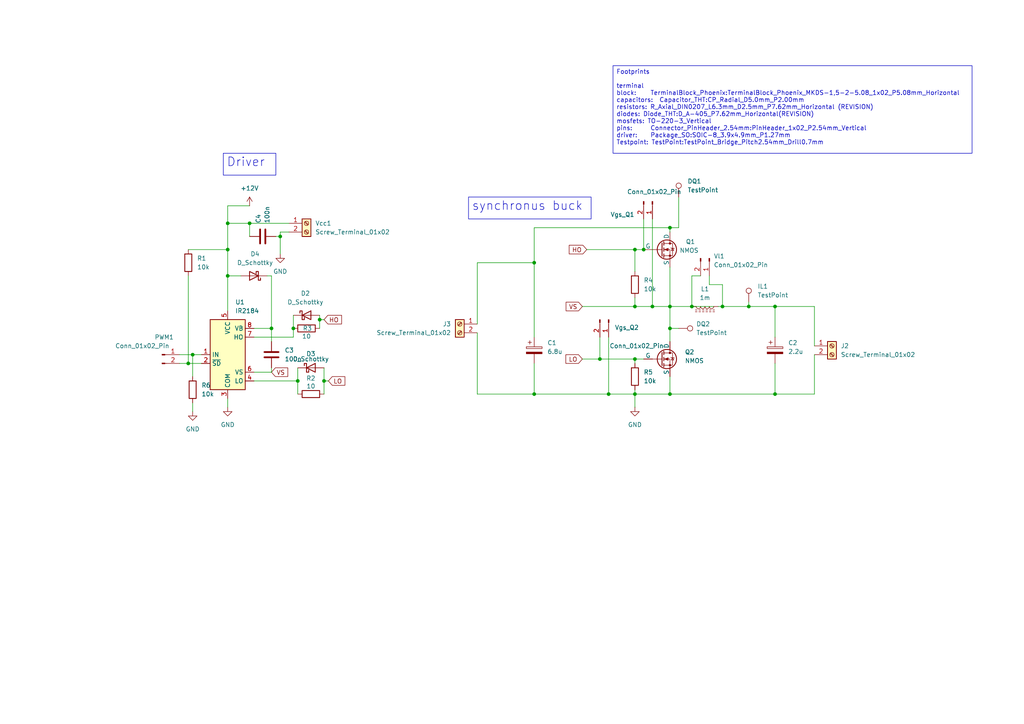
<source format=kicad_sch>
(kicad_sch (version 20250114) (generator "eeschema") (generator_version "9.0")
  (paper "A4")
  (lib_symbols
    (symbol "Connector:Conn_01x02_Pin" (pin_names (offset 1.016) (hide yes))
      (property "Reference" "J" (at 0 2.54 0))
      (property "Value" "Conn_01x02_Pin" (at 0 -5.08 0))
      (symbol "Conn_01x02_Pin_1_1"
        (rectangle (start 0.8636 0.127) (end 0 -0.127) (stroke (width 0.1524)) (fill (type outline)))
        (rectangle (start 0.8636 -2.413) (end 0 -2.667) (stroke (width 0.1524)) (fill (type outline)))
        (polyline (pts (xy 1.27 0) (xy 0.8636 0)) (stroke (width 0.1524)))
        (polyline (pts (xy 1.27 -2.54) (xy 0.8636 -2.54)) (stroke (width 0.1524)))
        (pin passive line (at 5.08 0 180) (length 3.81) (name "Pin_1") (number "1"))
        (pin passive line (at 5.08 -2.54 180) (length 3.81) (name "Pin_2") (number "2"))
      )
    )
    (symbol "Connector:Screw_Terminal_01x02" (pin_names (offset 1.016) (hide yes))
      (property "Reference" "J" (at 0 2.54 0))
      (property "Value" "Screw_Terminal_01x02" (at 0 -5.08 0))
      (symbol "Screw_Terminal_01x02_1_1"
        (rectangle (start -1.27 1.27) (end 1.27 -3.81) (stroke (width 0.254)) (fill (type background)))
        (polyline (pts (xy -0.5334 0.3302) (xy 0.3302 -0.508)) (stroke (width 0.1524)))
        (polyline (pts (xy -0.5334 -2.2098) (xy 0.3302 -3.048)) (stroke (width 0.1524)))
        (polyline (pts (xy -0.3556 0.508) (xy 0.508 -0.3302)) (stroke (width 0.1524)))
        (polyline (pts (xy -0.3556 -2.032) (xy 0.508 -2.8702)) (stroke (width 0.1524)))
        (circle (center 0 0) (radius 0.635) (stroke (width 0.1524)))
        (circle (center 0 -2.54) (radius 0.635) (stroke (width 0.1524)))
        (pin passive line (at -5.08 0 0) (length 3.81) (name "Pin_1") (number "1"))
        (pin passive line (at -5.08 -2.54 0) (length 3.81) (name "Pin_2") (number "2"))
      )
    )
    (symbol "Connector:TestPoint" (pin_numbers (hide yes)) (pin_names (offset 0.762) (hide yes))
      (property "Reference" "TP" (at 0 6.858 0))
      (property "Value" "TestPoint" (at 0 5.08 0))
      (symbol "TestPoint_0_1"
        (circle (center 0 3.302) (radius 0.762))
      )
      (symbol "TestPoint_1_1"
        (pin passive line (at 0 0 90) (length 2.54) (name "1") (number "1"))
      )
    )
    (symbol "Device:C" (pin_numbers (hide yes)) (pin_names (offset 0.254))
      (property "Reference" "C" (at 0.635 2.54 0))
      (property "Value" "C" (at 0.635 -2.54 0))
      (symbol "C_0_1"
        (polyline (pts (xy -2.032 0.762) (xy 2.032 0.762)) (stroke (width 0.508)))
        (polyline (pts (xy -2.032 -0.762) (xy 2.032 -0.762)) (stroke (width 0.508)))
      )
      (symbol "C_1_1"
        (pin passive line (at 0 3.81 270) (length 2.794) (name "~") (number "1"))
        (pin passive line (at 0 -3.81 90) (length 2.794) (name "~") (number "2"))
      )
    )
    (symbol "Device:C_Polarized" (pin_numbers (hide yes)) (pin_names (offset 0.254))
      (property "Reference" "C" (at 0.635 2.54 0))
      (property "Value" "C_Polarized" (at 0.635 -2.54 0))
      (symbol "C_Polarized_0_1"
        (rectangle (start -2.286 0.508) (end 2.286 1.016))
        (polyline (pts (xy -1.778 2.286) (xy -0.762 2.286)))
        (polyline (pts (xy -1.27 2.794) (xy -1.27 1.778)))
        (rectangle (start 2.286 -0.508) (end -2.286 -1.016) (fill (type outline)))
      )
      (symbol "C_Polarized_1_1"
        (pin passive line (at 0 3.81 270) (length 2.794) (name "~") (number "1"))
        (pin passive line (at 0 -3.81 90) (length 2.794) (name "~") (number "2"))
      )
    )
    (symbol "Device:D_Schottky" (pin_numbers (hide yes)) (pin_names (offset 1.016) (hide yes))
      (property "Reference" "D" (at 0 2.54 0))
      (property "Value" "D_Schottky" (at 0 -2.54 0))
      (symbol "D_Schottky_0_1"
        (polyline (pts (xy -1.905 0.635) (xy -1.905 1.27) (xy -1.27 1.27) (xy -1.27 -1.27) (xy -0.635 -1.27) (xy -0.635 -0.635)) (stroke (width 0.254)))
        (polyline (pts (xy 1.27 1.27) (xy 1.27 -1.27) (xy -1.27 0) (xy 1.27 1.27)) (stroke (width 0.254)))
        (polyline (pts (xy 1.27 0) (xy -1.27 0)))
      )
      (symbol "D_Schottky_1_1"
        (pin passive line (at -3.81 0 0) (length 2.54) (name "K") (number "1"))
        (pin passive line (at 3.81 0 180) (length 2.54) (name "A") (number "2"))
      )
    )
    (symbol "Device:L_Ferrite" (pin_numbers (hide yes)) (pin_names (offset 1.016) (hide yes))
      (property "Reference" "L" (at -1.27 0 90))
      (property "Value" "L_Ferrite" (at 2.794 0 90))
      (symbol "L_Ferrite_0_1"
        (arc (start 0 2.54) (mid 0.6323 1.905) (end 0 1.27))
        (arc (start 0 1.27) (mid 0.6323 0.635) (end 0 0))
        (arc (start 0 0) (mid 0.6323 -0.635) (end 0 -1.27))
        (arc (start 0 -1.27) (mid 0.6323 -1.905) (end 0 -2.54))
        (polyline (pts (xy 1.016 2.286) (xy 1.016 2.794)))
        (polyline (pts (xy 1.016 1.27) (xy 1.016 1.778)))
        (polyline (pts (xy 1.016 0.254) (xy 1.016 0.762)))
        (polyline (pts (xy 1.016 -0.762) (xy 1.016 -0.254)))
        (polyline (pts (xy 1.016 -1.778) (xy 1.016 -1.27)))
        (polyline (pts (xy 1.016 -2.794) (xy 1.016 -2.286)))
        (polyline (pts (xy 1.524 2.794) (xy 1.524 2.286)))
        (polyline (pts (xy 1.524 1.778) (xy 1.524 1.27)))
        (polyline (pts (xy 1.524 0.762) (xy 1.524 0.254)))
        (polyline (pts (xy 1.524 -0.254) (xy 1.524 -0.762)))
        (polyline (pts (xy 1.524 -1.27) (xy 1.524 -1.778)))
        (polyline (pts (xy 1.524 -2.286) (xy 1.524 -2.794)))
      )
      (symbol "L_Ferrite_1_1"
        (pin passive line (at 0 3.81 270) (length 1.27) (name "1") (number "1"))
        (pin passive line (at 0 -3.81 90) (length 1.27) (name "2") (number "2"))
      )
    )
    (symbol "Device:R" (pin_numbers (hide yes)) (pin_names (offset 0))
      (property "Reference" "R" (at 2.032 0 90))
      (property "Value" "R" (at 0 0 90))
      (symbol "R_0_1"
        (rectangle (start -1.016 -2.54) (end 1.016 2.54) (stroke (width 0.254)))
      )
      (symbol "R_1_1"
        (pin passive line (at 0 3.81 270) (length 1.27) (name "~") (number "1"))
        (pin passive line (at 0 -3.81 90) (length 1.27) (name "~") (number "2"))
      )
    )
    (symbol "Driver_FET:IR2184"
      (property "Reference" "U" (at 1.27 13.335 0))
      (property "Value" "IR2184" (at 1.27 11.43 0))
      (symbol "IR2184_0_1"
        (rectangle (start -5.08 -10.16) (end 5.08 10.16) (stroke (width 0.254)) (fill (type background)))
      )
      (symbol "IR2184_1_1"
        (pin input line (at -7.62 0 0) (length 2.54) (name "IN") (number "1"))
        (pin input line (at -7.62 -2.54 0) (length 2.54) (name "~{SD}") (number "2"))
        (pin power_in line (at 0 12.7 270) (length 2.54) (name "VCC") (number "5"))
        (pin power_in line (at 0 -12.7 90) (length 2.54) (name "COM") (number "3"))
        (pin passive line (at 7.62 7.62 180) (length 2.54) (name "VB") (number "8"))
        (pin output line (at 7.62 5.08 180) (length 2.54) (name "HO") (number "7"))
        (pin passive line (at 7.62 -5.08 180) (length 2.54) (name "VS") (number "6"))
        (pin output line (at 7.62 -7.62 180) (length 2.54) (name "LO") (number "4"))
      )
    )
    (symbol "Simulation_SPICE:NMOS" (pin_numbers (hide yes)) (pin_names (offset 0))
      (property "Reference" "Q" (at 5.08 1.27 0))
      (property "Value" "NMOS" (at 5.08 -1.27 0))
      (symbol "NMOS_0_1"
        (polyline (pts (xy 0.254 1.905) (xy 0.254 -1.905)) (stroke (width 0.254)))
        (polyline (pts (xy 0.254 0) (xy -2.54 0)))
        (polyline (pts (xy 0.762 2.286) (xy 0.762 1.27)) (stroke (width 0.254)))
        (polyline (pts (xy 0.762 0.508) (xy 0.762 -0.508)) (stroke (width 0.254)))
        (polyline (pts (xy 0.762 -1.27) (xy 0.762 -2.286)) (stroke (width 0.254)))
        (polyline (pts (xy 0.762 -1.778) (xy 3.302 -1.778) (xy 3.302 1.778) (xy 0.762 1.778)))
        (polyline (pts (xy 1.016 0) (xy 2.032 0.381) (xy 2.032 -0.381) (xy 1.016 0)) (fill (type outline)))
        (circle (center 1.651 0) (radius 2.794) (stroke (width 0.254)))
        (polyline (pts (xy 2.54 2.54) (xy 2.54 1.778)))
        (circle (center 2.54 1.778) (radius 0.254) (fill (type outline)))
        (circle (center 2.54 -1.778) (radius 0.254) (fill (type outline)))
        (polyline (pts (xy 2.54 -2.54) (xy 2.54 0) (xy 0.762 0)))
        (polyline (pts (xy 2.794 0.508) (xy 2.921 0.381) (xy 3.683 0.381) (xy 3.81 0.254)))
        (polyline (pts (xy 3.302 0.381) (xy 2.921 -0.254) (xy 3.683 -0.254) (xy 3.302 0.381)))
      )
      (symbol "NMOS_1_1"
        (pin input line (at -5.08 0 0) (length 2.54) (name "G") (number "2"))
        (pin passive line (at 2.54 5.08 270) (length 2.54) (name "D") (number "1"))
        (pin passive line (at 2.54 -5.08 90) (length 2.54) (name "S") (number "3"))
      )
    )
    (symbol "power:+12V" (power) (pin_numbers (hide yes)) (pin_names (offset 0) (hide yes))
      (property "Value" "+12V" (at 0 3.556 0))
      (symbol "+12V_0_1"
        (polyline (pts (xy -0.762 1.27) (xy 0 2.54)))
        (polyline (pts (xy 0 2.54) (xy 0.762 1.27)))
        (polyline (pts (xy 0 0) (xy 0 2.54)))
      )
      (symbol "+12V_1_1"
        (pin power_in line (at 0 0 90) (length 0) (name "~") (number "1"))
      )
    )
    (symbol "power:GND" (power) (pin_numbers (hide yes)) (pin_names (offset 0) (hide yes))
      (property "Value" "GND" (at 0 -3.81 0))
      (symbol "GND_0_1"
        (polyline (pts (xy 0 0) (xy 0 -1.27) (xy 1.27 -1.27) (xy 0 -2.54) (xy -1.27 -1.27) (xy 0 -1.27)))
      )
      (symbol "GND_1_1"
        (pin power_in line (at 0 0 270) (length 0) (name "~") (number "1"))
      )
    )
  )
  (text_box "synchronus buck" (at 135.89 57.15 0) (size 35.56 6.35) (margins 0.9525 0.9525 0.9525 0.9525) (effects (font (size 2.54 2.54)) (justify left top)))
  (text_box "Driver\n" (at 64.77 44.45 0) (size 15.24 6.35) (margins 0.9525 0.9525 0.9525 0.9525) (effects (font (size 2.54 2.54)) (justify left top)))
  (text_box "Footprints \n\nterminal block:	TerminalBlock_Phoenix:TerminalBlock_Phoenix_MKDS-1,5-2-5.08_1x02_P5.08mm_Horizontal \ncapacitors:  Capacitor_THT:CP_Radial_D5.0mm_P2.00mm \nresistors: R_Axial_DIN0207_L6.3mm_D2.5mm_P7.62mm_Horizontal (REVISION)\ndiodes: Diode_THT:D_A-405_P7.62mm_Horizontal(REVISION)\nmosfets: TO-220-3_Vertical\npins:	Connector_PinHeader_2.54mm:PinHeader_1x02_P2.54mm_Vertical\ndriver:	Package_SO:SOIC-8_3.9x4.9mm_P1.27mm\nTestpoint: TestPoint:TestPoint_Bridge_Pitch2.54mm_Drill0.7mm\n" (at 177.8 19.05 0) (size 104.14 25.4) (margins 0.9525 0.9525 0.9525 0.9525) (effects (font (size 1.27 1.27)) (justify left top)))
  (junction (at 55.88 102.87))
  (junction (at 54.61 105.41))
  (junction (at 224.79 88.9))
  (junction (at 189.23 88.9))
  (junction (at 66.04 72.39))
  (junction (at 194.31 66.04))
  (junction (at 72.39 64.77))
  (junction (at 194.31 114.3))
  (junction (at 154.94 114.3))
  (junction (at 86.36 110.49))
  (junction (at 200.66 88.9))
  (junction (at 93.98 110.49))
  (junction (at 184.15 114.3))
  (junction (at 66.04 64.77))
  (junction (at 186.69 72.39))
  (junction (at 154.94 76.2))
  (junction (at 217.17 88.9))
  (junction (at 194.31 88.9))
  (junction (at 184.15 72.39))
  (junction (at 194.31 95.25))
  (junction (at 66.04 80.01))
  (junction (at 224.79 114.3))
  (junction (at 78.74 95.25))
  (junction (at 85.09 95.25))
  (junction (at 176.53 114.3))
  (junction (at 184.15 104.14))
  (junction (at 173.99 104.14))
  (junction (at 209.55 88.9))
  (junction (at 92.71 92.71))
  (junction (at 81.28 68.58))
  (junction (at 184.15 88.9))
  (wire (pts (xy 194.31 109.22) (xy 194.31 114.3)))
  (wire (pts (xy 184.15 114.3) (xy 184.15 118.11)))
  (wire (pts (xy 173.99 104.14) (xy 184.15 104.14)))
  (wire (pts (xy 236.22 100.33) (xy 236.22 88.9)))
  (wire (pts (xy 55.88 102.87) (xy 58.42 102.87)))
  (wire (pts (xy 52.07 102.87) (xy 55.88 102.87)))
  (wire (pts (xy 200.66 80.01) (xy 200.66 88.9)))
  (wire (pts (xy 72.39 64.77) (xy 83.82 64.77)))
  (wire (pts (xy 189.23 63.5) (xy 189.23 88.9)))
  (wire (pts (xy 73.66 110.49) (xy 86.36 110.49)))
  (wire (pts (xy 205.74 80.01) (xy 205.74 82.55)))
  (wire (pts (xy 86.36 110.49) (xy 86.36 114.3)))
  (wire (pts (xy 209.55 82.55) (xy 209.55 88.9)))
  (wire (pts (xy 86.36 106.68) (xy 86.36 110.49)))
  (wire (pts (xy 73.66 107.95) (xy 78.74 107.95)))
  (wire (pts (xy 217.17 88.9) (xy 224.79 88.9)))
  (wire (pts (xy 203.2 80.01) (xy 200.66 80.01)))
  (wire (pts (xy 85.09 91.44) (xy 85.09 95.25)))
  (wire (pts (xy 170.18 72.39) (xy 184.15 72.39)))
  (wire (pts (xy 207.01 88.9) (xy 200.66 88.9)))
  (wire (pts (xy 184.15 104.14) (xy 184.15 105.41)))
  (wire (pts (xy 80.01 68.58) (xy 81.28 68.58)))
  (wire (pts (xy 81.28 67.31) (xy 83.82 67.31)))
  (wire (pts (xy 154.94 114.3) (xy 176.53 114.3)))
  (wire (pts (xy 184.15 114.3) (xy 194.31 114.3)))
  (wire (pts (xy 184.15 88.9) (xy 189.23 88.9)))
  (wire (pts (xy 138.43 76.2) (xy 154.94 76.2)))
  (wire (pts (xy 176.53 114.3) (xy 184.15 114.3)))
  (wire (pts (xy 66.04 80.01) (xy 69.85 80.01)))
  (wire (pts (xy 93.98 106.68) (xy 93.98 110.49)))
  (wire (pts (xy 224.79 88.9) (xy 224.79 97.79)))
  (wire (pts (xy 55.88 119.38) (xy 55.88 116.84)))
  (wire (pts (xy 78.74 80.01) (xy 78.74 95.25)))
  (wire (pts (xy 236.22 114.3) (xy 224.79 114.3)))
  (wire (pts (xy 194.31 88.9) (xy 200.66 88.9)))
  (wire (pts (xy 66.04 64.77) (xy 66.04 72.39)))
  (wire (pts (xy 138.43 76.2) (xy 138.43 93.98)))
  (wire (pts (xy 54.61 80.01) (xy 54.61 105.41)))
  (wire (pts (xy 85.09 97.79) (xy 85.09 95.25)))
  (wire (pts (xy 78.74 106.68) (xy 78.74 107.95)))
  (wire (pts (xy 72.39 64.77) (xy 72.39 68.58)))
  (wire (pts (xy 55.88 102.87) (xy 55.88 109.22)))
  (wire (pts (xy 77.47 80.01) (xy 78.74 80.01)))
  (wire (pts (xy 154.94 76.2) (xy 154.94 97.79)))
  (wire (pts (xy 92.71 92.71) (xy 92.71 91.44)))
  (wire (pts (xy 73.66 95.25) (xy 78.74 95.25)))
  (wire (pts (xy 54.61 72.39) (xy 66.04 72.39)))
  (wire (pts (xy 189.23 88.9) (xy 194.31 88.9)))
  (wire (pts (xy 66.04 64.77) (xy 72.39 64.77)))
  (wire (pts (xy 66.04 80.01) (xy 66.04 90.17)))
  (wire (pts (xy 176.53 97.79) (xy 176.53 114.3)))
  (wire (pts (xy 168.91 104.14) (xy 173.99 104.14)))
  (wire (pts (xy 95.25 110.49) (xy 93.98 110.49)))
  (wire (pts (xy 54.61 105.41) (xy 58.42 105.41)))
  (wire (pts (xy 66.04 59.69) (xy 66.04 64.77)))
  (wire (pts (xy 236.22 102.87) (xy 236.22 114.3)))
  (wire (pts (xy 184.15 72.39) (xy 184.15 78.74)))
  (wire (pts (xy 184.15 104.14) (xy 186.69 104.14)))
  (wire (pts (xy 224.79 105.41) (xy 224.79 114.3)))
  (wire (pts (xy 66.04 118.11) (xy 66.04 115.57)))
  (wire (pts (xy 92.71 95.25) (xy 92.71 92.71)))
  (wire (pts (xy 78.74 99.06) (xy 78.74 95.25)))
  (wire (pts (xy 81.28 73.66) (xy 81.28 68.58)))
  (wire (pts (xy 154.94 66.04) (xy 194.31 66.04)))
  (wire (pts (xy 184.15 113.03) (xy 184.15 114.3)))
  (wire (pts (xy 186.69 63.5) (xy 186.69 72.39)))
  (wire (pts (xy 138.43 114.3) (xy 154.94 114.3)))
  (wire (pts (xy 168.91 88.9) (xy 184.15 88.9)))
  (wire (pts (xy 184.15 86.36) (xy 184.15 88.9)))
  (wire (pts (xy 66.04 59.69) (xy 72.39 59.69)))
  (wire (pts (xy 154.94 105.41) (xy 154.94 114.3)))
  (wire (pts (xy 194.31 88.9) (xy 194.31 95.25)))
  (wire (pts (xy 205.74 82.55) (xy 209.55 82.55)))
  (wire (pts (xy 154.94 76.2) (xy 154.94 66.04)))
  (wire (pts (xy 81.28 68.58) (xy 81.28 67.31)))
  (wire (pts (xy 196.85 66.04) (xy 194.31 66.04)))
  (wire (pts (xy 93.98 110.49) (xy 93.98 114.3)))
  (wire (pts (xy 194.31 95.25) (xy 194.31 99.06)))
  (wire (pts (xy 236.22 88.9) (xy 224.79 88.9)))
  (wire (pts (xy 196.85 95.25) (xy 194.31 95.25)))
  (wire (pts (xy 194.31 114.3) (xy 224.79 114.3)))
  (wire (pts (xy 66.04 72.39) (xy 66.04 80.01)))
  (wire (pts (xy 52.07 105.41) (xy 54.61 105.41)))
  (wire (pts (xy 209.55 88.9) (xy 217.17 88.9)))
  (wire (pts (xy 208.28 88.9) (xy 209.55 88.9)))
  (wire (pts (xy 196.85 57.15) (xy 196.85 66.04)))
  (wire (pts (xy 173.99 97.79) (xy 173.99 104.14)))
  (wire (pts (xy 194.31 77.47) (xy 194.31 88.9)))
  (wire (pts (xy 184.15 72.39) (xy 186.69 72.39)))
  (wire (pts (xy 194.31 67.31) (xy 194.31 66.04)))
  (wire (pts (xy 138.43 96.52) (xy 138.43 114.3)))
  (wire (pts (xy 73.66 97.79) (xy 85.09 97.79)))
  (wire (pts (xy 217.17 87.63) (xy 217.17 88.9)))
  (wire (pts (xy 93.98 92.71) (xy 92.71 92.71)))
  (global_label "LO" (shape input) (at 95.25 110.49 0) (property "Intersheetrefs" "${INTERSHEET_REFS}" (effects (hide yes))))
  (global_label "HO" (shape input) (at 93.98 92.71 0) (property "Intersheetrefs" "${INTERSHEET_REFS}" (effects (hide yes))))
  (global_label "HO" (shape input) (at 170.18 72.39 180) (property "Intersheetrefs" "${INTERSHEET_REFS}" (effects (hide yes))))
  (global_label "LO" (shape input) (at 168.91 104.14 180) (property "Intersheetrefs" "${INTERSHEET_REFS}" (effects (hide yes))))
  (global_label "VS" (shape input) (at 168.91 88.9 180) (property "Intersheetrefs" "${INTERSHEET_REFS}" (effects (hide yes))))
  (global_label "VS" (shape input) (at 78.74 107.95 0) (property "Intersheetrefs" "${INTERSHEET_REFS}" (effects (hide yes))))
  (symbol (lib_id "power:GND") (at 184.15 118.11 0) (unit 1)
    (property "Reference" "#PWR03" (effects (hide yes)))
    (property "Value" "GND" (at 184.15 123.19 0))
    (property "Description" "Power symbol creates a global label with name \"GND\" , ground" (effects (hide yes)))
  )
  (symbol (lib_id "Connector:Conn_01x02_Pin") (at 205.74 74.93 270) (unit 1)
    (property "Reference" "Vl1" (at 207.01 74.2949 90) (effects (justify left)))
    (property "Value" "Conn_01x02_Pin" (at 207.01 76.8349 90) (effects (justify left)))
    (property "Footprint" "Connector_PinHeader_2.54mm:PinHeader_1x02_P2.54mm_Vertical" (effects (hide yes)))
    (property "Description" "Generic connector, single row, 01x02, script generated" (effects (hide yes)))
  )
  (symbol (lib_id "Device:R") (at 54.61 76.2 0) (unit 1)
    (property "Reference" "R1" (at 57.15 74.9299 0) (effects (justify left)))
    (property "Value" "10k" (at 57.15 77.4699 0) (effects (justify left)))
    (property "Footprint" "Resistor_THT:R_Axial_DIN0207_L6.3mm_D2.5mm_P7.62mm_Horizontal" (effects (hide yes)))
    (property "Description" "Resistor" (effects (hide yes)))
  )
  (symbol (lib_id "Device:C") (at 78.74 102.87 0) (unit 1)
    (property "Reference" "C3" (at 82.55 101.5999 0) (effects (justify left)))
    (property "Value" "100n" (at 82.55 104.1399 0) (effects (justify left)))
    (property "Footprint" "Capacitor_THT:CP_Radial_D5.0mm_P2.00mm" (effects (hide yes)))
    (property "Description" "Unpolarized capacitor" (effects (hide yes)))
  )
  (symbol (lib_id "Device:D_Schottky") (at 73.66 80.01 180) (unit 1)
    (property "Reference" "D4" (at 73.9775 73.66 0))
    (property "Value" "D_Schottky" (at 73.9775 76.2 0))
    (property "Footprint" "Diode_THT:D_A-405_P7.62mm_Horizontal" (effects (hide yes)))
    (property "Description" "Schottky diode" (effects (hide yes)))
  )
  (symbol (lib_id "Connector:Conn_01x02_Pin") (at 46.99 102.87 0) (unit 1)
    (property "Reference" "PWM1" (at 47.625 97.79 0))
    (property "Value" "Conn_01x02_Pin" (at 41.275 100.33 0))
    (property "Footprint" "Connector_PinHeader_2.54mm:PinHeader_1x02_P2.54mm_Vertical" (effects (hide yes)))
    (property "Description" "Generic connector, single row, 01x02, script generated" (effects (hide yes)))
  )
  (symbol (lib_id "Device:D_Schottky") (at 90.17 106.68 0) (unit 1)
    (property "Reference" "D3" (at 90.17 102.616 0))
    (property "Value" "D_Schottky" (at 90.17 104.14 0))
    (property "Footprint" "Diode_THT:D_A-405_P7.62mm_Horizontal" (effects (hide yes)))
    (property "Description" "Schottky diode" (effects (hide yes)))
  )
  (symbol (lib_id "Device:L_Ferrite") (at 204.47 88.9 270) (unit 1)
    (property "Reference" "L1" (at 204.47 83.82 90))
    (property "Value" "1m" (at 204.47 86.36 90))
    (property "Footprint" "BUCK_INDUCTOR:buck_inductor" (effects (hide yes)))
    (property "Description" "Inductor with ferrite core" (effects (hide yes)))
  )
  (symbol (lib_id "Connector:TestPoint") (at 196.85 95.25 270) (unit 1)
    (property "Reference" "DQ2" (at 201.93 93.9799 90) (effects (justify left)))
    (property "Value" "TestPoint" (at 201.93 96.5199 90) (effects (justify left)))
    (property "Footprint" "TestPoint:TestPoint_Bridge_Pitch2.54mm_Drill0.7mm" (effects (hide yes)))
    (property "Description" "test point" (effects (hide yes)))
  )
  (symbol (lib_id "Device:R") (at 184.15 82.55 0) (unit 1)
    (property "Reference" "R4" (at 186.69 81.2799 0) (effects (justify left)))
    (property "Value" "10k" (at 186.69 83.8199 0) (effects (justify left)))
    (property "Footprint" "Resistor_THT:R_Axial_DIN0207_L6.3mm_D2.5mm_P7.62mm_Horizontal" (effects (hide yes)))
    (property "Description" "Resistor" (effects (hide yes)))
  )
  (symbol (lib_id "Connector:TestPoint") (at 196.85 57.15 0) (unit 1)
    (property "Reference" "DQ1" (at 199.39 52.5779 0) (effects (justify left)))
    (property "Value" "TestPoint" (at 199.39 55.1179 0) (effects (justify left)))
    (property "Footprint" "TestPoint:TestPoint_Bridge_Pitch2.54mm_Drill0.7mm" (effects (hide yes)))
    (property "Description" "test point" (effects (hide yes)))
  )
  (symbol (lib_id "power:+12V") (at 72.39 59.69 0) (unit 1)
    (property "Reference" "#PWR01" (effects (hide yes)))
    (property "Value" "+12V" (at 72.39 54.61 0))
    (property "Description" "Power symbol creates a global label with name \"+12V\"" (effects (hide yes)))
  )
  (symbol (lib_id "Device:R") (at 55.88 113.03 0) (unit 1)
    (property "Reference" "R6" (at 58.42 111.7599 0) (effects (justify left)))
    (property "Value" "10k" (at 58.42 114.2999 0) (effects (justify left)))
    (property "Footprint" "Resistor_THT:R_Axial_DIN0207_L6.3mm_D2.5mm_P7.62mm_Horizontal" (effects (hide yes)))
    (property "Description" "Resistor" (effects (hide yes)))
  )
  (symbol (lib_id "Connector:Screw_Terminal_01x02") (at 88.9 64.77 0) (unit 1)
    (property "Reference" "Vcc1" (at 91.44 64.7699 0) (effects (justify left)))
    (property "Value" "Screw_Terminal_01x02" (at 91.44 67.3099 0) (effects (justify left)))
    (property "Footprint" "TerminalBlock_Phoenix:TerminalBlock_Phoenix_MKDS-1,5-2-5.08_1x02_P5.08mm_Horizontal" (effects (hide yes)))
    (property "Description" "Generic screw terminal, single row, 01x02, script generated (kicad-library-utils/schlib/autogen/connector/)" (effects (hide yes)))
  )
  (symbol (lib_id "Device:C") (at 76.2 68.58 90) (unit 1)
    (property "Reference" "C4" (at 74.9299 64.77 0) (effects (justify left)))
    (property "Value" "100n" (at 77.4699 64.77 0) (effects (justify left)))
    (property "Footprint" "Capacitor_THT:CP_Radial_D5.0mm_P2.00mm" (effects (hide yes)))
    (property "Description" "Unpolarized capacitor" (effects (hide yes)))
  )
  (symbol (lib_id "Device:R") (at 90.17 114.3 90) (unit 1)
    (property "Reference" "R2" (at 90.17 109.728 90))
    (property "Value" "10" (at 90.17 112.014 90))
    (property "Footprint" "R_Axial_DIN0207_L6.3mm_D2.5mm_P7.62mm_Horizontal" (effects (hide yes)))
    (property "Description" "Resistor" (effects (hide yes)))
  )
  (symbol (lib_id "Device:R") (at 88.9 95.25 90) (unit 1)
    (property "Reference" "R3" (at 89.154 95.25 90))
    (property "Value" "10" (at 88.9 97.536 90))
    (property "Footprint" "R_Axial_DIN0207_L6.3mm_D2.5mm_P7.62mm_Horizontal" (effects (hide yes)))
    (property "Description" "Resistor" (effects (hide yes)))
  )
  (symbol (lib_id "Simulation_SPICE:NMOS") (at 191.77 104.14 0) (unit 1)
    (property "Reference" "Q2" (at 198.628 102.108 0) (effects (justify left)))
    (property "Value" "NMOS" (at 198.628 104.648 0) (effects (justify left)))
    (property "Footprint" "Package_TO_SOT_THT:TO-220-3_Vertical" (effects (hide yes)))
    (property "Datasheet" "https://ngspice.sourceforge.io/docs/ngspice-html-manual/manual.xhtml#cha_MOSFETs" (effects (hide yes)))
    (property "Description" "N-MOSFET transistor, drain/source/gate" (effects (hide yes)))
    (property "Sim.Device" "NMOS" (effects (hide yes)))
    (property "Sim.Type" "VDMOS" (effects (hide yes)))
    (property "Sim.Pins" "1=D 2=G 3=S" (effects (hide yes)))
  )
  (symbol (lib_id "Device:R") (at 184.15 109.22 0) (unit 1)
    (property "Reference" "R5" (at 186.69 107.9499 0) (effects (justify left)))
    (property "Value" "10k" (at 186.69 110.4899 0) (effects (justify left)))
    (property "Footprint" "R_Axial_DIN0207_L6.3mm_D2.5mm_P7.62mm_Horizontal" (effects (hide yes)))
    (property "Description" "Resistor" (effects (hide yes)))
  )
  (symbol (lib_id "Connector:Conn_01x02_Pin") (at 189.23 58.42 270) (unit 1)
    (property "Reference" "Vgs_Q1" (at 177.038 62.23 90) (effects (justify left)))
    (property "Value" "Conn_01x02_Pin" (at 181.864 55.626 90) (effects (justify left)))
    (property "Footprint" "Connector_PinHeader_2.54mm:PinHeader_1x02_P2.54mm_Vertical" (effects (hide yes)))
    (property "Description" "Generic connector, single row, 01x02, script generated" (effects (hide yes)))
  )
  (symbol (lib_id "Device:C_Polarized") (at 154.94 101.6 0) (unit 1)
    (property "Reference" "C1" (at 158.75 99.4409 0) (effects (justify left)))
    (property "Value" "6.8u" (at 158.75 101.9809 0) (effects (justify left)))
    (property "Footprint" "Capacitor_THT:CP_Radial_D5.0mm_P2.00mm" (effects (hide yes)))
    (property "Description" "Polarized capacitor" (effects (hide yes)))
  )
  (symbol (lib_id "Connector:Screw_Terminal_01x02") (at 133.35 93.98 0) (mirror y) (unit 1)
    (property "Reference" "J3" (at 130.81 93.9799 0) (effects (justify left)))
    (property "Value" "Screw_Terminal_01x02" (at 130.81 96.5199 0) (effects (justify left)))
    (property "Footprint" "TerminalBlock_Phoenix:TerminalBlock_Phoenix_MKDS-1,5-2-5.08_1x02_P5.08mm_Horizontal" (effects (hide yes)))
    (property "Description" "Generic screw terminal, single row, 01x02, script generated (kicad-library-utils/schlib/autogen/connector/)" (effects (hide yes)))
  )
  (symbol (lib_id "Device:C_Polarized") (at 224.79 101.6 0) (unit 1)
    (property "Reference" "C2" (at 228.6 99.4409 0) (effects (justify left)))
    (property "Value" "2.2u" (at 228.6 101.9809 0) (effects (justify left)))
    (property "Footprint" "Capacitor_THT:CP_Radial_D5.0mm_P2.00mm" (effects (hide yes)))
    (property "Description" "Polarized capacitor" (effects (hide yes)))
  )
  (symbol (lib_id "Simulation_SPICE:NMOS") (at 191.77 72.39 0) (unit 1)
    (property "Reference" "Q1" (at 198.882 70.104 0) (effects (justify left)))
    (property "Value" "NMOS" (at 197.104 72.644 0) (effects (justify left)))
    (property "Footprint" "Package_TO_SOT_THT:TO-220-3_Vertical" (effects (hide yes)))
    (property "Datasheet" "https://ngspice.sourceforge.io/docs/ngspice-html-manual/manual.xhtml#cha_MOSFETs" (effects (hide yes)))
    (property "Description" "N-MOSFET transistor, drain/source/gate" (effects (hide yes)))
    (property "Sim.Device" "NMOS" (effects (hide yes)))
    (property "Sim.Type" "VDMOS" (effects (hide yes)))
    (property "Sim.Pins" "1=D 2=G 3=S" (effects (hide yes)))
  )
  (symbol (lib_id "Driver_FET:IR2184") (at 66.04 102.87 0) (unit 1)
    (property "Reference" "U1" (at 68.2341 87.63 0) (effects (justify left)))
    (property "Value" "IR2184" (at 68.2341 90.17 0) (effects (justify left)))
    (property "Footprint" "Package_SO:SOIC-8_3.9x4.9mm_P1.27mm" (effects (hide yes)))
    (property "Datasheet" "https://www.infineon.com/dgdl/ir2184.pdf?fileId=5546d462533600a4015355c955e616d4" (effects (hide yes)))
    (property "Description" "Half-Bridge Driver, 600V, 1.4/1.8A, PDIP-8/SOIC-8" (effects (hide yes)))
  )
  (symbol (lib_id "Connector:Screw_Terminal_01x02") (at 241.3 100.33 0) (unit 1)
    (property "Reference" "J2" (at 243.84 100.3299 0) (effects (justify left)))
    (property "Value" "Screw_Terminal_01x02" (at 243.84 102.8699 0) (effects (justify left)))
    (property "Footprint" "TerminalBlock_Phoenix:TerminalBlock_Phoenix_MKDS-1,5-2-5.08_1x02_P5.08mm_Horizontal" (effects (hide yes)))
    (property "Description" "Generic screw terminal, single row, 01x02, script generated (kicad-library-utils/schlib/autogen/connector/)" (effects (hide yes)))
  )
  (symbol (lib_id "Connector:Conn_01x02_Pin") (at 176.53 92.71 270) (unit 1)
    (property "Reference" "Vgs_Q2" (at 178.308 94.996 90) (effects (justify left)))
    (property "Value" "Conn_01x02_Pin" (at 176.784 100.33 90) (effects (justify left)))
    (property "Footprint" "Connector_PinHeader_2.54mm:PinHeader_1x02_P2.54mm_Vertical" (effects (hide yes)))
    (property "Description" "Generic connector, single row, 01x02, script generated" (effects (hide yes)))
  )
  (symbol (lib_id "Connector:TestPoint") (at 217.17 87.63 0) (unit 1)
    (property "Reference" "IL1" (at 219.71 83.0579 0) (effects (justify left)))
    (property "Value" "TestPoint" (at 219.71 85.5979 0) (effects (justify left)))
    (property "Footprint" "TestPoint:TestPoint_Bridge_Pitch2.54mm_Drill0.7mm" (effects (hide yes)))
    (property "Description" "test point" (effects (hide yes)))
  )
  (symbol (lib_id "Device:D_Schottky") (at 88.9 91.44 0) (unit 1)
    (property "Reference" "D2" (at 88.5825 85.09 0))
    (property "Value" "D_Schottky" (at 88.5825 87.63 0))
    (property "Footprint" "Diode_THT:D_A-405_P7.62mm_Horizontal" (effects (hide yes)))
    (property "Description" "Schottky diode" (effects (hide yes)))
  )
  (symbol (lib_id "power:GND") (at 55.88 119.38 0) (unit 1)
    (property "Reference" "#PWR04" (effects (hide yes)))
    (property "Value" "GND" (at 55.88 124.46 0))
    (property "Description" "Power symbol creates a global label with name \"GND\" , ground" (effects (hide yes)))
  )
  (symbol (lib_id "power:GND") (at 81.28 73.66 0) (unit 1)
    (property "Reference" "#PWR05" (effects (hide yes)))
    (property "Value" "GND" (at 81.28 78.74 0))
    (property "Description" "Power symbol creates a global label with name \"GND\" , ground" (effects (hide yes)))
  )
  (symbol (lib_id "power:GND") (at 66.04 118.11 0) (unit 1)
    (property "Reference" "#PWR02" (effects (hide yes)))
    (property "Value" "GND" (at 66.04 123.19 0))
    (property "Description" "Power symbol creates a global label with name \"GND\" , ground" (effects (hide yes)))
  )
)
</source>
